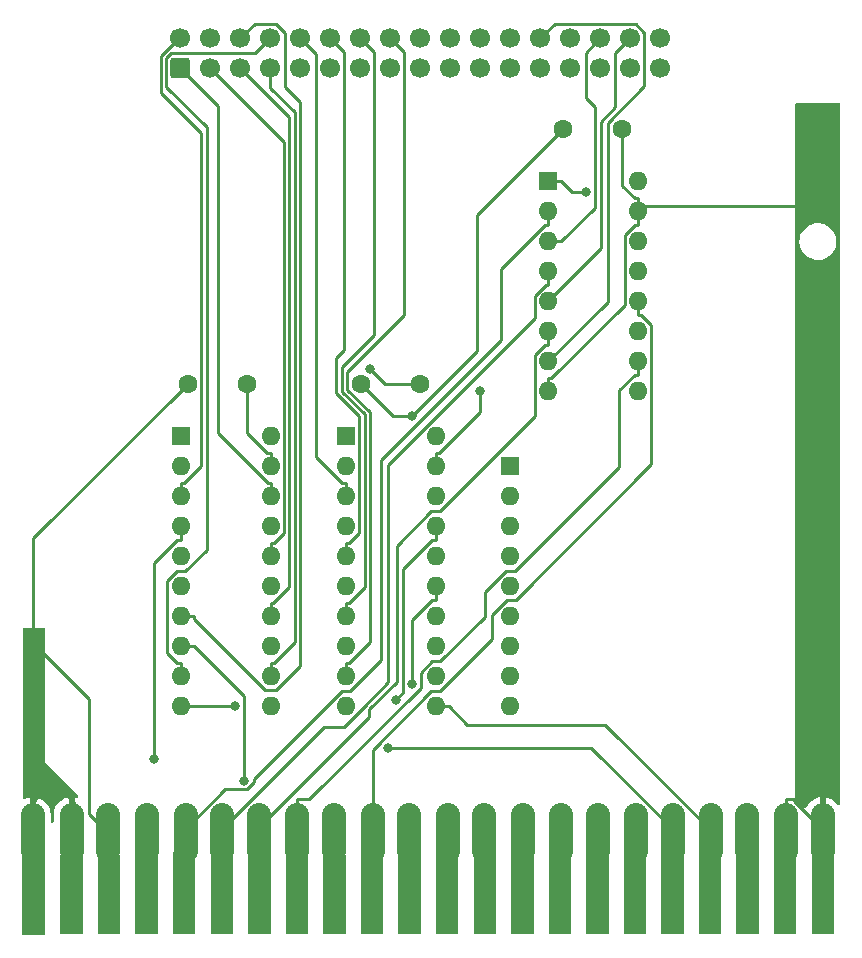
<source format=gbr>
%TF.GenerationSoftware,KiCad,Pcbnew,(6.0.6)*%
%TF.CreationDate,2022-07-31T20:56:31+02:00*%
%TF.ProjectId,SF-7326,53462d37-3332-4362-9e6b-696361645f70,rev?*%
%TF.SameCoordinates,Original*%
%TF.FileFunction,Copper,L1,Top*%
%TF.FilePolarity,Positive*%
%FSLAX46Y46*%
G04 Gerber Fmt 4.6, Leading zero omitted, Abs format (unit mm)*
G04 Created by KiCad (PCBNEW (6.0.6)) date 2022-07-31 20:56:31*
%MOMM*%
%LPD*%
G01*
G04 APERTURE LIST*
G04 Aperture macros list*
%AMRoundRect*
0 Rectangle with rounded corners*
0 $1 Rounding radius*
0 $2 $3 $4 $5 $6 $7 $8 $9 X,Y pos of 4 corners*
0 Add a 4 corners polygon primitive as box body*
4,1,4,$2,$3,$4,$5,$6,$7,$8,$9,$2,$3,0*
0 Add four circle primitives for the rounded corners*
1,1,$1+$1,$2,$3*
1,1,$1+$1,$4,$5*
1,1,$1+$1,$6,$7*
1,1,$1+$1,$8,$9*
0 Add four rect primitives between the rounded corners*
20,1,$1+$1,$2,$3,$4,$5,0*
20,1,$1+$1,$4,$5,$6,$7,0*
20,1,$1+$1,$6,$7,$8,$9,0*
20,1,$1+$1,$8,$9,$2,$3,0*%
G04 Aperture macros list end*
%TA.AperFunction,ComponentPad*%
%ADD10C,1.600000*%
%TD*%
%TA.AperFunction,ComponentPad*%
%ADD11R,1.600000X1.600000*%
%TD*%
%TA.AperFunction,ComponentPad*%
%ADD12O,1.600000X1.600000*%
%TD*%
%TA.AperFunction,ComponentPad*%
%ADD13RoundRect,0.250000X0.600000X-0.600000X0.600000X0.600000X-0.600000X0.600000X-0.600000X-0.600000X0*%
%TD*%
%TA.AperFunction,ComponentPad*%
%ADD14C,1.700000*%
%TD*%
%TA.AperFunction,SMDPad,CuDef*%
%ADD15O,2.032000X5.080000*%
%TD*%
%TA.AperFunction,ViaPad*%
%ADD16C,0.800000*%
%TD*%
%TA.AperFunction,Conductor*%
%ADD17C,0.250000*%
%TD*%
G04 APERTURE END LIST*
%TO.C,CON1*%
G36*
X139152520Y-122132920D02*
G01*
X137252490Y-122132920D01*
X137252490Y-115180950D01*
X139152520Y-115180950D01*
X139152520Y-122132920D01*
G37*
G36*
X123252520Y-122132920D02*
G01*
X121352500Y-122132920D01*
X121352500Y-115180950D01*
X123252520Y-115180950D01*
X123252520Y-122132920D01*
G37*
G36*
X110532510Y-122132920D02*
G01*
X108632490Y-122132920D01*
X108632490Y-115180950D01*
X110532510Y-115180950D01*
X110532510Y-122132920D01*
G37*
G36*
X129612500Y-122132920D02*
G01*
X127712480Y-122132920D01*
X127712480Y-115180950D01*
X129612500Y-115180950D01*
X129612500Y-122132920D01*
G37*
G36*
X126432530Y-122132920D02*
G01*
X124532500Y-122132920D01*
X124532500Y-115180950D01*
X126432530Y-115180950D01*
X126432530Y-122132920D01*
G37*
G36*
X135972510Y-122132920D02*
G01*
X134072490Y-122132920D01*
X134072490Y-115180950D01*
X135972510Y-115180950D01*
X135972510Y-122132920D01*
G37*
G36*
X91452510Y-122132920D02*
G01*
X89552490Y-122132920D01*
X89552490Y-115180950D01*
X91452510Y-115180950D01*
X91452510Y-122132920D01*
G37*
G36*
X113712510Y-122132920D02*
G01*
X111812490Y-122132920D01*
X111812490Y-115180950D01*
X113712510Y-115180950D01*
X113712510Y-122132920D01*
G37*
G36*
X104172520Y-122132920D02*
G01*
X102272500Y-122132920D01*
X102272500Y-115180950D01*
X104172520Y-115180950D01*
X104172520Y-122132920D01*
G37*
G36*
X132792510Y-122132920D02*
G01*
X130892490Y-122132920D01*
X130892490Y-115180950D01*
X132792510Y-115180950D01*
X132792510Y-122132920D01*
G37*
G36*
X78732520Y-122132920D02*
G01*
X76832500Y-122132920D01*
X76832500Y-115434950D01*
X78732520Y-115434950D01*
X78732520Y-122132920D01*
G37*
G36*
X116892510Y-122132920D02*
G01*
X114992490Y-122132920D01*
X114992490Y-115180950D01*
X116892510Y-115180950D01*
X116892510Y-122132920D01*
G37*
G36*
X88272510Y-122132920D02*
G01*
X86372480Y-122132920D01*
X86372480Y-115180950D01*
X88272510Y-115180950D01*
X88272510Y-122132920D01*
G37*
G36*
X75491500Y-122235800D02*
G01*
X73591480Y-122235800D01*
X73591480Y-115283830D01*
X75491500Y-115283830D01*
X75491500Y-122235800D01*
G37*
G36*
X81912520Y-122132920D02*
G01*
X80012500Y-122132920D01*
X80012500Y-115434950D01*
X81912520Y-115434950D01*
X81912520Y-122132920D01*
G37*
G36*
X85092530Y-122132920D02*
G01*
X83192510Y-122132920D01*
X83192510Y-115180950D01*
X85092530Y-115180950D01*
X85092530Y-122132920D01*
G37*
G36*
X97812520Y-122132920D02*
G01*
X95912500Y-122132920D01*
X95912500Y-115180950D01*
X97812520Y-115180950D01*
X97812520Y-122132920D01*
G37*
G36*
X107352530Y-122132920D02*
G01*
X105452510Y-122132920D01*
X105452510Y-115180950D01*
X107352530Y-115180950D01*
X107352530Y-122132920D01*
G37*
G36*
X100992520Y-122132920D02*
G01*
X99092500Y-122132920D01*
X99092500Y-115434950D01*
X100992520Y-115434950D01*
X100992520Y-122132920D01*
G37*
G36*
X94632510Y-122132920D02*
G01*
X92732490Y-122132920D01*
X92732490Y-115180950D01*
X94632510Y-115180950D01*
X94632510Y-122132920D01*
G37*
G36*
X142332520Y-122132920D02*
G01*
X140432500Y-122132920D01*
X140432500Y-115180950D01*
X142332520Y-115180950D01*
X142332520Y-122132920D01*
G37*
G36*
X120072520Y-122132920D02*
G01*
X118172500Y-122132920D01*
X118172500Y-115180950D01*
X120072520Y-115180950D01*
X120072520Y-122132920D01*
G37*
%TD*%
D10*
%TO.P,C1,1*%
%TO.N,+5V*%
X87630000Y-75565000D03*
%TO.P,C1,2*%
%TO.N,GND*%
X92630000Y-75565000D03*
%TD*%
D11*
%TO.P,U28,1,OEa*%
%TO.N,GND*%
X100975000Y-80015000D03*
D12*
%TO.P,U28,2,I0a*%
%TO.N,A8*%
X100975000Y-82555000D03*
%TO.P,U28,3,O3b*%
%TO.N,A9b*%
X100975000Y-85095000D03*
%TO.P,U28,4,I1a*%
%TO.N,A10*%
X100975000Y-87635000D03*
%TO.P,U28,5,O2b*%
%TO.N,A11b*%
X100975000Y-90175000D03*
%TO.P,U28,6,I2a*%
%TO.N,A12*%
X100975000Y-92715000D03*
%TO.P,U28,7,O1b*%
%TO.N,A13b*%
X100975000Y-95255000D03*
%TO.P,U28,8,I3a*%
%TO.N,A14*%
X100975000Y-97795000D03*
%TO.P,U28,9,O0b*%
%TO.N,A15b*%
X100975000Y-100335000D03*
%TO.P,U28,10,GND*%
%TO.N,GND*%
X100975000Y-102875000D03*
%TO.P,U28,11,I0b*%
%TO.N,A15*%
X108595000Y-102875000D03*
%TO.P,U28,12,O3a*%
%TO.N,A14b*%
X108595000Y-100335000D03*
%TO.P,U28,13,I1b*%
%TO.N,A13*%
X108595000Y-97795000D03*
%TO.P,U28,14,O2a*%
%TO.N,A12b*%
X108595000Y-95255000D03*
%TO.P,U28,15,I2b*%
%TO.N,A11*%
X108595000Y-92715000D03*
%TO.P,U28,16,O1a*%
%TO.N,A10b*%
X108595000Y-90175000D03*
%TO.P,U28,17,I3b*%
%TO.N,A9*%
X108595000Y-87635000D03*
%TO.P,U28,18,O0a*%
%TO.N,A8b*%
X108595000Y-85095000D03*
%TO.P,U28,19,OEb*%
%TO.N,GND*%
X108595000Y-82555000D03*
%TO.P,U28,20,VCC*%
%TO.N,+5V*%
X108595000Y-80015000D03*
%TD*%
D10*
%TO.P,C2,1*%
%TO.N,+5V*%
X102275000Y-75565000D03*
%TO.P,C2,2*%
%TO.N,GND*%
X107275000Y-75565000D03*
%TD*%
D13*
%TO.P,J2,1,Pin_1*%
%TO.N,A0b*%
X86985000Y-48843900D03*
D14*
%TO.P,J2,2,Pin_2*%
%TO.N,A1b*%
X86985000Y-46303900D03*
%TO.P,J2,3,Pin_3*%
%TO.N,A2b*%
X89525000Y-48843900D03*
%TO.P,J2,4,Pin_4*%
%TO.N,A3b*%
X89525000Y-46303900D03*
%TO.P,J2,5,Pin_5*%
%TO.N,A4b*%
X92065000Y-48843900D03*
%TO.P,J2,6,Pin_6*%
%TO.N,A5b*%
X92065000Y-46303900D03*
%TO.P,J2,7,Pin_7*%
%TO.N,A6b*%
X94605000Y-48843900D03*
%TO.P,J2,8,Pin_8*%
%TO.N,A7b*%
X94605000Y-46303900D03*
%TO.P,J2,9,Pin_9*%
%TO.N,A8b*%
X97145000Y-48843900D03*
%TO.P,J2,10,Pin_10*%
%TO.N,A9b*%
X97145000Y-46303900D03*
%TO.P,J2,11,Pin_11*%
%TO.N,A10b*%
X99685000Y-48843900D03*
%TO.P,J2,12,Pin_12*%
%TO.N,A11b*%
X99685000Y-46303900D03*
%TO.P,J2,13,Pin_13*%
%TO.N,A12b*%
X102225000Y-48843900D03*
%TO.P,J2,14,Pin_14*%
%TO.N,A13b*%
X102225000Y-46303900D03*
%TO.P,J2,15,Pin_15*%
%TO.N,A14b*%
X104765000Y-48843900D03*
%TO.P,J2,16,Pin_16*%
%TO.N,A15b*%
X104765000Y-46303900D03*
%TO.P,J2,17,Pin_17*%
%TO.N,D0*%
X107305000Y-48843900D03*
%TO.P,J2,18,Pin_18*%
%TO.N,D1*%
X107305000Y-46303900D03*
%TO.P,J2,19,Pin_19*%
%TO.N,D2*%
X109845000Y-48843900D03*
%TO.P,J2,20,Pin_20*%
%TO.N,D3*%
X109845000Y-46303900D03*
%TO.P,J2,21,Pin_21*%
%TO.N,D4*%
X112385000Y-48843900D03*
%TO.P,J2,22,Pin_22*%
%TO.N,D5*%
X112385000Y-46303900D03*
%TO.P,J2,23,Pin_23*%
%TO.N,D6*%
X114925000Y-48843900D03*
%TO.P,J2,24,Pin_24*%
%TO.N,D7*%
X114925000Y-46303900D03*
%TO.P,J2,25,Pin_25*%
%TO.N,unconnected-(J2-Pad25)*%
X117465000Y-48843900D03*
%TO.P,J2,26,Pin_26*%
%TO.N,IORb*%
X117465000Y-46303900D03*
%TO.P,J2,27,Pin_27*%
%TO.N,unconnected-(J2-Pad27)*%
X120005000Y-48843900D03*
%TO.P,J2,28,Pin_28*%
%TO.N,IOWb*%
X120005000Y-46303900D03*
%TO.P,J2,29,Pin_29*%
%TO.N,unconnected-(J2-Pad29)*%
X122545000Y-48843900D03*
%TO.P,J2,30,Pin_30*%
%TO.N,MEMRb*%
X122545000Y-46303900D03*
%TO.P,J2,31,Pin_31*%
%TO.N,unconnected-(J2-Pad31)*%
X125085000Y-48843900D03*
%TO.P,J2,32,Pin_32*%
%TO.N,MEMWb*%
X125085000Y-46303900D03*
%TO.P,J2,33,Pin_33*%
%TO.N,unconnected-(J2-Pad33)*%
X127625000Y-48843900D03*
%TO.P,J2,34,Pin_34*%
%TO.N,WREQb*%
X127625000Y-46303900D03*
%TD*%
D10*
%TO.P,C3,1*%
%TO.N,+5V*%
X119420000Y-53975000D03*
%TO.P,C3,2*%
%TO.N,GND*%
X124420000Y-53975000D03*
%TD*%
D11*
%TO.P,U30,1,OEa*%
%TO.N,GND*%
X118120000Y-58410000D03*
D12*
%TO.P,U30,2,I1*%
%TO.N,~{MEMR}*%
X118120000Y-60950000D03*
%TO.P,U30,3,O1a*%
%TO.N,MEMRb*%
X118120000Y-63490000D03*
%TO.P,U30,4,I2*%
%TO.N,~{MEMW}*%
X118120000Y-66030000D03*
%TO.P,U30,5,O2a*%
%TO.N,MEMWb*%
X118120000Y-68570000D03*
%TO.P,U30,6,I3*%
%TO.N,~{IOR}*%
X118120000Y-71110000D03*
%TO.P,U30,7,O3a*%
%TO.N,IORb*%
X118120000Y-73650000D03*
%TO.P,U30,8,GND*%
%TO.N,GND*%
X118120000Y-76190000D03*
%TO.P,U30,9,O4a*%
%TO.N,IOWb*%
X125740000Y-76190000D03*
%TO.P,U30,10,I4*%
%TO.N,~{IOW}*%
X125740000Y-73650000D03*
%TO.P,U30,11,O5b*%
%TO.N,WREQb*%
X125740000Y-71110000D03*
%TO.P,U30,12,I5*%
%TO.N,~{WREQ}*%
X125740000Y-68570000D03*
%TO.P,U30,13,O6b*%
%TO.N,unconnected-(U30-Pad13)*%
X125740000Y-66030000D03*
%TO.P,U30,14,I6*%
%TO.N,unconnected-(U30-Pad14)*%
X125740000Y-63490000D03*
%TO.P,U30,15,OEb*%
%TO.N,GND*%
X125740000Y-60950000D03*
%TO.P,U30,16,VCC*%
%TO.N,+5V*%
X125740000Y-58410000D03*
%TD*%
D11*
%TO.P,RN1,1,common*%
%TO.N,+5V*%
X114935000Y-82550000D03*
D12*
%TO.P,RN1,2,R1*%
%TO.N,D0*%
X114935000Y-85090000D03*
%TO.P,RN1,3,R2*%
%TO.N,D1*%
X114935000Y-87630000D03*
%TO.P,RN1,4,R3*%
%TO.N,D2*%
X114935000Y-90170000D03*
%TO.P,RN1,5,R4*%
%TO.N,D3*%
X114935000Y-92710000D03*
%TO.P,RN1,6,R5*%
%TO.N,D4*%
X114935000Y-95250000D03*
%TO.P,RN1,7,R6*%
%TO.N,D5*%
X114935000Y-97790000D03*
%TO.P,RN1,8,R7*%
%TO.N,D6*%
X114935000Y-100330000D03*
%TO.P,RN1,9,R8*%
%TO.N,D7*%
X114935000Y-102870000D03*
%TD*%
D15*
%TO.P,CON1,B1,5V*%
%TO.N,+5V*%
X74475500Y-113599800D03*
%TO.P,CON1,B2,5V*%
X77777500Y-113599800D03*
%TO.P,CON1,B3,~{DSRAM}*%
X80825500Y-113599800D03*
%TO.P,CON1,B4,~{CEROM2}*%
%TO.N,unconnected-(CON1-PadB4)*%
X84127500Y-113599800D03*
%TO.P,CON1,B5,~{MEMR*%
%TO.N,~{MEMR}*%
X87429500Y-113599800D03*
%TO.P,CON1,B6,~{MEMW*%
%TO.N,~{MEMW}*%
X90477500Y-113599800D03*
%TO.P,CON1,B7,~{IOR}*%
%TO.N,~{IOR}*%
X93636531Y-113599800D03*
%TO.P,CON1,B8,~{IOW}*%
%TO.N,~{IOW}*%
X96827500Y-113599800D03*
%TO.P,CON1,B9,N.C.*%
%TO.N,unconnected-(CON1-PadB9)*%
X99986531Y-113599800D03*
%TO.P,CON1,B10,~{MREQ}*%
%TO.N,~{WREQ}*%
X103288531Y-113599800D03*
%TO.P,CON1,B11,CON*%
%TO.N,unconnected-(CON1-PadB11)*%
X106336530Y-113599800D03*
%TO.P,CON1,B12,~{RAS1}*%
%TO.N,unconnected-(CON1-PadB12)*%
X109638531Y-113599800D03*
%TO.P,CON1,B13,~{CAS1}*%
%TO.N,unconnected-(CON1-PadB13)*%
X112686531Y-113599800D03*
%TO.P,CON1,B14,RAMA7*%
%TO.N,unconnected-(CON1-PadB14)*%
X115988531Y-113599800D03*
%TO.P,CON1,B15,~{RAS2}*%
%TO.N,unconnected-(CON1-PadB15)*%
X119179500Y-113599800D03*
%TO.P,CON1,B16,~{CAS2}*%
%TO.N,unconnected-(CON1-PadB16)*%
X122338531Y-113599800D03*
%TO.P,CON1,B17,~{MUX}*%
%TO.N,unconnected-(CON1-PadB17)*%
X125529500Y-113599800D03*
%TO.P,CON1,B18,A14*%
%TO.N,A14*%
X128688531Y-113599800D03*
%TO.P,CON1,B19,A15*%
%TO.N,A15*%
X131879500Y-113599800D03*
%TO.P,CON1,B20,N.C.*%
%TO.N,unconnected-(CON1-PadB20)*%
X134927500Y-113599800D03*
%TO.P,CON1,B21,GND*%
%TO.N,GND*%
X138229500Y-113599800D03*
%TO.P,CON1,B22,GND*%
X141388523Y-113599800D03*
%TD*%
D11*
%TO.P,U27,1,OEa*%
%TO.N,GND*%
X87005000Y-80015000D03*
D12*
%TO.P,U27,2,I0a*%
%TO.N,A0*%
X87005000Y-82555000D03*
%TO.P,U27,3,O3b*%
%TO.N,A1b*%
X87005000Y-85095000D03*
%TO.P,U27,4,I1a*%
%TO.N,A2*%
X87005000Y-87635000D03*
%TO.P,U27,5,O2b*%
%TO.N,A3b*%
X87005000Y-90175000D03*
%TO.P,U27,6,I2a*%
%TO.N,A4*%
X87005000Y-92715000D03*
%TO.P,U27,7,O1b*%
%TO.N,A5b*%
X87005000Y-95255000D03*
%TO.P,U27,8,I3a*%
%TO.N,A6*%
X87005000Y-97795000D03*
%TO.P,U27,9,O0b*%
%TO.N,A7b*%
X87005000Y-100335000D03*
%TO.P,U27,10,GND*%
%TO.N,GND*%
X87005000Y-102875000D03*
%TO.P,U27,11,I0b*%
%TO.N,A7*%
X94625000Y-102875000D03*
%TO.P,U27,12,O3a*%
%TO.N,A6b*%
X94625000Y-100335000D03*
%TO.P,U27,13,I1b*%
%TO.N,A5*%
X94625000Y-97795000D03*
%TO.P,U27,14,O2a*%
%TO.N,A4b*%
X94625000Y-95255000D03*
%TO.P,U27,15,I2b*%
%TO.N,A3*%
X94625000Y-92715000D03*
%TO.P,U27,16,O1a*%
%TO.N,A2b*%
X94625000Y-90175000D03*
%TO.P,U27,17,I3b*%
%TO.N,A1*%
X94625000Y-87635000D03*
%TO.P,U27,18,O0a*%
%TO.N,A0b*%
X94625000Y-85095000D03*
%TO.P,U27,19,OEb*%
%TO.N,GND*%
X94625000Y-82555000D03*
%TO.P,U27,20,VCC*%
%TO.N,+5V*%
X94625000Y-80015000D03*
%TD*%
D16*
%TO.N,A2*%
X84743800Y-107347900D03*
%TO.N,A6*%
X92338300Y-109144500D03*
%TO.N,A9*%
X105259500Y-102295900D03*
%TO.N,A11*%
X106597700Y-100982200D03*
%TO.N,A14*%
X104529100Y-106358800D03*
%TO.N,+5V*%
X106626700Y-78305500D03*
%TO.N,GND*%
X112398600Y-76190000D03*
X91613000Y-102796200D03*
X121373900Y-59307700D03*
X103085100Y-74341700D03*
%TD*%
D17*
%TO.N,A2*%
X87005000Y-87635000D02*
X87005000Y-88760300D01*
X87005000Y-88760300D02*
X86723700Y-88760300D01*
X84743800Y-90740200D02*
X84743800Y-107347900D01*
X86723700Y-88760300D02*
X84743800Y-90740200D01*
%TO.N,A6*%
X92338300Y-102003000D02*
X92338300Y-109144500D01*
X87005000Y-97795000D02*
X88130300Y-97795000D01*
X88130300Y-97795000D02*
X92338300Y-102003000D01*
%TO.N,A9*%
X105872400Y-91201600D02*
X105872400Y-101683000D01*
X108595000Y-87635000D02*
X108595000Y-88760300D01*
X105872400Y-101683000D02*
X105259500Y-102295900D01*
X108595000Y-88760300D02*
X108313700Y-88760300D01*
X108313700Y-88760300D02*
X105872400Y-91201600D01*
%TO.N,A11*%
X108595000Y-92715000D02*
X108595000Y-93840300D01*
X106597700Y-100982200D02*
X106597700Y-95556300D01*
X106597700Y-95556300D02*
X108313700Y-93840300D01*
X108313700Y-93840300D02*
X108595000Y-93840300D01*
%TO.N,~{MEMR}*%
X93253600Y-109267000D02*
X92631700Y-109888900D01*
X118120000Y-60950000D02*
X118120000Y-62075300D01*
X117838700Y-62075300D02*
X114105500Y-65808500D01*
X101357500Y-101605000D02*
X100650300Y-101605000D01*
X93253600Y-109001700D02*
X93253600Y-109267000D01*
X103982800Y-98979700D02*
X101357500Y-101605000D01*
X103982800Y-81975300D02*
X103982800Y-98979700D01*
X92631700Y-109888900D02*
X90764600Y-109888900D01*
X100650300Y-101605000D02*
X93253600Y-109001700D01*
X114105500Y-65808500D02*
X114105500Y-71852600D01*
X87429500Y-113224000D02*
X87429500Y-113599800D01*
X90764600Y-109888900D02*
X87429500Y-113224000D01*
X114105500Y-71852600D02*
X103982800Y-81975300D01*
X118120000Y-62075300D02*
X117838700Y-62075300D01*
%TO.N,~{MEMW}*%
X104596900Y-100822300D02*
X104596900Y-82393700D01*
X116994700Y-68087800D02*
X117927200Y-67155300D01*
X116994700Y-69995900D02*
X116994700Y-68087800D01*
X90477500Y-113282900D02*
X99180400Y-104580000D01*
X102521000Y-102898200D02*
X104596900Y-100822300D01*
X100869100Y-104580000D02*
X102521000Y-102928100D01*
X102521000Y-102928100D02*
X102521000Y-102898200D01*
X118120000Y-66030000D02*
X118120000Y-67155300D01*
X90477500Y-113599800D02*
X90477500Y-113282900D01*
X104596900Y-82393700D02*
X116994700Y-69995900D01*
X117927200Y-67155300D02*
X118120000Y-67155300D01*
X99180400Y-104580000D02*
X100869100Y-104580000D01*
%TO.N,~{IOR}*%
X105293000Y-100763100D02*
X102971300Y-103084800D01*
X116994700Y-78311000D02*
X108940700Y-86365000D01*
X93636500Y-113094300D02*
X93636500Y-113599800D01*
X108208400Y-86365000D02*
X105293000Y-89280400D01*
X118120000Y-72235300D02*
X117838600Y-72235300D01*
X102971300Y-103759500D02*
X93636500Y-113094300D01*
X105293000Y-89280400D02*
X105293000Y-100763100D01*
X118120000Y-71110000D02*
X118120000Y-72235300D01*
X102971300Y-103084800D02*
X102971300Y-103759500D01*
X116994700Y-73079200D02*
X116994700Y-78311000D01*
X108940700Y-86365000D02*
X108208400Y-86365000D01*
X117838600Y-72235300D02*
X116994700Y-73079200D01*
%TO.N,~{IOW}*%
X125740000Y-74775300D02*
X125458600Y-74775300D01*
X112775400Y-95264400D02*
X108974800Y-99065000D01*
X115304300Y-91440000D02*
X114548300Y-91440000D01*
X124164400Y-76069500D02*
X124164400Y-82579900D01*
X97871200Y-110734500D02*
X96827500Y-110734500D01*
X108270600Y-99065000D02*
X107323000Y-100012600D01*
X96827500Y-113599800D02*
X96827500Y-110734500D01*
X108974800Y-99065000D02*
X108270600Y-99065000D01*
X124164400Y-82579900D02*
X115304300Y-91440000D01*
X107323000Y-101282700D02*
X97871200Y-110734500D01*
X125740000Y-73650000D02*
X125740000Y-74775300D01*
X112775400Y-93212900D02*
X112775400Y-95264400D01*
X125458600Y-74775300D02*
X124164400Y-76069500D01*
X107323000Y-100012600D02*
X107323000Y-101282700D01*
X114548300Y-91440000D02*
X112775400Y-93212900D01*
%TO.N,~{WREQ}*%
X113385000Y-95132200D02*
X113385000Y-97167000D01*
X126870600Y-82374900D02*
X115410100Y-93835400D01*
X125740000Y-68570000D02*
X125740000Y-69695300D01*
X113385000Y-97167000D02*
X108947000Y-101605000D01*
X108947000Y-101605000D02*
X108251400Y-101605000D01*
X126021300Y-69695300D02*
X126870600Y-70544600D01*
X114681800Y-93835400D02*
X113385000Y-95132200D01*
X126870600Y-70544600D02*
X126870600Y-82374900D01*
X125740000Y-69695300D02*
X126021300Y-69695300D01*
X108251400Y-101605000D02*
X103288500Y-106567900D01*
X115410100Y-93835400D02*
X114681800Y-93835400D01*
X103288500Y-106567900D02*
X103288500Y-113599800D01*
%TO.N,A14*%
X128688500Y-113270300D02*
X121777000Y-106358800D01*
X128688500Y-113599800D02*
X128688500Y-113270300D01*
X121777000Y-106358800D02*
X104529100Y-106358800D01*
%TO.N,A15*%
X122978300Y-104450600D02*
X131879500Y-113351800D01*
X131879500Y-113351800D02*
X131879500Y-113599800D01*
X108595000Y-102875000D02*
X109720300Y-102875000D01*
X111295900Y-104450600D02*
X122978300Y-104450600D01*
X109720300Y-102875000D02*
X111295900Y-104450600D01*
%TO.N,A9b*%
X100693700Y-83969700D02*
X100975000Y-83969700D01*
X100975000Y-85095000D02*
X100975000Y-83969700D01*
X98493100Y-47652000D02*
X98493100Y-81769100D01*
X98493100Y-81769100D02*
X100693700Y-83969700D01*
X97145000Y-46303900D02*
X98493100Y-47652000D01*
%TO.N,A11b*%
X100874700Y-47493600D02*
X100874700Y-72708200D01*
X100975000Y-90175000D02*
X100975000Y-89049700D01*
X100874700Y-72708200D02*
X100183700Y-73399200D01*
X100183700Y-76358600D02*
X102100300Y-78275200D01*
X102100300Y-78275200D02*
X102100300Y-88205800D01*
X101256400Y-89049700D02*
X100975000Y-89049700D01*
X99685000Y-46303900D02*
X100874700Y-47493600D01*
X100183700Y-73399200D02*
X100183700Y-76358600D01*
X102100300Y-88205800D02*
X101256400Y-89049700D01*
%TO.N,A0b*%
X90186300Y-79736300D02*
X90186300Y-52045200D01*
X94625000Y-83969700D02*
X94419700Y-83969700D01*
X94625000Y-85095000D02*
X94625000Y-83969700D01*
X90186300Y-52045200D02*
X86985000Y-48843900D01*
X94419700Y-83969700D02*
X90186300Y-79736300D01*
%TO.N,A1b*%
X87005000Y-85095000D02*
X87005000Y-83969700D01*
X88755800Y-54338600D02*
X85325400Y-50908200D01*
X85325400Y-47824300D02*
X86845800Y-46303900D01*
X86845800Y-46303900D02*
X86985000Y-46303900D01*
X88755800Y-82500200D02*
X88755800Y-54338600D01*
X87286300Y-83969700D02*
X88755800Y-82500200D01*
X87005000Y-83969700D02*
X87286300Y-83969700D01*
X85325400Y-50908200D02*
X85325400Y-47824300D01*
%TO.N,A2b*%
X94625000Y-90175000D02*
X94625000Y-89049700D01*
X95750400Y-55069300D02*
X95750400Y-88205600D01*
X95750400Y-88205600D02*
X94906300Y-89049700D01*
X89525000Y-48843900D02*
X95750400Y-55069300D01*
X94906300Y-89049700D02*
X94625000Y-89049700D01*
%TO.N,A4b*%
X94813900Y-94129700D02*
X94625000Y-94129700D01*
X92065000Y-48843900D02*
X96209200Y-52988100D01*
X96209200Y-92734400D02*
X94813900Y-94129700D01*
X94625000Y-95255000D02*
X94625000Y-94129700D01*
X96209200Y-52988100D02*
X96209200Y-92734400D01*
%TO.N,A5b*%
X94120900Y-101464400D02*
X95118700Y-101464400D01*
X97121100Y-99462000D02*
X97121100Y-51682000D01*
X95875000Y-50435900D02*
X95875000Y-45811500D01*
X95875000Y-45811500D02*
X95128600Y-45065100D01*
X95128600Y-45065100D02*
X93303800Y-45065100D01*
X93303800Y-45065100D02*
X92065000Y-46303900D01*
X97121100Y-51682000D02*
X95875000Y-50435900D01*
X88130300Y-95255000D02*
X88130300Y-95473800D01*
X88130300Y-95473800D02*
X94120900Y-101464400D01*
X87005000Y-95255000D02*
X88130300Y-95255000D01*
X95118700Y-101464400D02*
X97121100Y-99462000D01*
%TO.N,A6b*%
X94625000Y-100335000D02*
X94625000Y-99209700D01*
X94906300Y-99209700D02*
X96670700Y-97445300D01*
X94605000Y-50500100D02*
X94605000Y-48843900D01*
X94625000Y-99209700D02*
X94906300Y-99209700D01*
X96670700Y-52565800D02*
X94605000Y-50500100D01*
X96670700Y-97445300D02*
X96670700Y-52565800D01*
%TO.N,A13b*%
X101256300Y-94129700D02*
X100975000Y-94129700D01*
X100975000Y-95255000D02*
X100975000Y-94129700D01*
X103415600Y-47494500D02*
X103415600Y-71441100D01*
X102599600Y-92786400D02*
X101256300Y-94129700D01*
X102225000Y-46303900D02*
X103415600Y-47494500D01*
X102599600Y-78137600D02*
X102599600Y-92786400D01*
X100687000Y-76225000D02*
X102599600Y-78137600D01*
X103415600Y-71441100D02*
X100687000Y-74169700D01*
X100687000Y-74169700D02*
X100687000Y-76225000D01*
%TO.N,A15b*%
X103050000Y-97416000D02*
X101256300Y-99209700D01*
X100975000Y-100335000D02*
X100975000Y-99209700D01*
X103050000Y-77951100D02*
X103050000Y-97416000D01*
X105955600Y-47494500D02*
X105955600Y-69763000D01*
X105955600Y-69763000D02*
X101138400Y-74580200D01*
X101138400Y-76039500D02*
X103050000Y-77951100D01*
X101256300Y-99209700D02*
X100975000Y-99209700D01*
X104765000Y-46303900D02*
X105955600Y-47494500D01*
X101138400Y-74580200D02*
X101138400Y-76039500D01*
%TO.N,IORb*%
X123164700Y-68605300D02*
X118120000Y-73650000D01*
X126284200Y-45831300D02*
X126284200Y-50321800D01*
X123164700Y-53441300D02*
X123164700Y-68605300D01*
X118676000Y-45092900D02*
X125545800Y-45092900D01*
X117465000Y-46303900D02*
X118676000Y-45092900D01*
X125545800Y-45092900D02*
X126284200Y-45831300D01*
X126284200Y-50321800D02*
X123164700Y-53441300D01*
%TO.N,MEMRb*%
X121337400Y-51366300D02*
X121337400Y-47511500D01*
X122106600Y-52135500D02*
X121337400Y-51366300D01*
X122106600Y-60628700D02*
X122106600Y-52135500D01*
X118120000Y-63490000D02*
X119245300Y-63490000D01*
X121337400Y-47511500D02*
X122545000Y-46303900D01*
X119245300Y-63490000D02*
X122106600Y-60628700D01*
%TO.N,MEMWb*%
X123815000Y-52154100D02*
X123815000Y-47573900D01*
X122608200Y-53360900D02*
X123815000Y-52154100D01*
X118120000Y-68570000D02*
X122608200Y-64081800D01*
X122608200Y-64081800D02*
X122608200Y-53360900D01*
X123815000Y-47573900D02*
X125085000Y-46303900D01*
%TO.N,A7b*%
X87369200Y-91445000D02*
X89206200Y-89608000D01*
X87005000Y-100335000D02*
X87005000Y-99209700D01*
X85866300Y-92259000D02*
X86680300Y-91445000D01*
X87005000Y-99209700D02*
X86723700Y-99209700D01*
X89206200Y-53852600D02*
X85790500Y-50436900D01*
X85866300Y-98352300D02*
X85866300Y-92259000D01*
X86212800Y-47573900D02*
X93335000Y-47573900D01*
X85790500Y-50436900D02*
X85790500Y-47996200D01*
X85790500Y-47996200D02*
X86212800Y-47573900D01*
X89206200Y-89608000D02*
X89206200Y-53852600D01*
X93335000Y-47573900D02*
X94605000Y-46303900D01*
X86723700Y-99209700D02*
X85866300Y-98352300D01*
X86680300Y-91445000D02*
X87369200Y-91445000D01*
%TO.N,+5V*%
X112117900Y-72814300D02*
X112117900Y-61277100D01*
X106626700Y-78305500D02*
X105015500Y-78305500D01*
X79231600Y-102226000D02*
X74545300Y-97539700D01*
X77777500Y-113599800D02*
X77777500Y-112067500D01*
X74475500Y-113599800D02*
X74475500Y-110944500D01*
X106626700Y-78305500D02*
X112117900Y-72814300D01*
X105015500Y-78305500D02*
X102275000Y-75565000D01*
X112117900Y-61277100D02*
X119420000Y-53975000D01*
X74545300Y-97987100D02*
X74545300Y-97539700D01*
X79231600Y-112005900D02*
X80825500Y-113599800D01*
X74545300Y-88649700D02*
X87630000Y-75565000D01*
X77777500Y-112067500D02*
X78085000Y-111760000D01*
X78085000Y-111105000D02*
X76200000Y-109220000D01*
X78085000Y-111760000D02*
X78085000Y-111105000D01*
X79231600Y-112005900D02*
X79231600Y-102226000D01*
X74475500Y-110944500D02*
X76200000Y-109220000D01*
X74545300Y-97539700D02*
X74545300Y-88649700D01*
%TO.N,GND*%
X107275000Y-75565000D02*
X104308400Y-75565000D01*
X118120000Y-58410000D02*
X119245300Y-58410000D01*
X92630000Y-79716000D02*
X94343700Y-81429700D01*
X121373900Y-59307700D02*
X120143000Y-59307700D01*
X141388500Y-113303400D02*
X141388500Y-113599800D01*
X125740000Y-60950000D02*
X125740000Y-60466100D01*
X125740000Y-60466100D02*
X125740000Y-59824700D01*
X124420000Y-53975000D02*
X124420000Y-58786000D01*
X92630000Y-75565000D02*
X92630000Y-79716000D01*
X94343700Y-81429700D02*
X94625000Y-81429700D01*
X124614700Y-62919200D02*
X124614700Y-68851300D01*
X138819600Y-110734500D02*
X139033100Y-110947900D01*
X138229500Y-113599800D02*
X138229500Y-110734500D01*
X124420000Y-58786000D02*
X125458700Y-59824700D01*
X87005000Y-102875000D02*
X88130300Y-102875000D01*
X120143000Y-59307700D02*
X119245300Y-58410000D01*
X125740000Y-62075300D02*
X125458600Y-62075300D01*
X108595000Y-82555000D02*
X108595000Y-81429700D01*
X125458700Y-59824700D02*
X125740000Y-59824700D01*
X118120000Y-76190000D02*
X118120000Y-75064700D01*
X140960000Y-60466100D02*
X125740000Y-60466100D01*
X125458600Y-62075300D02*
X124614700Y-62919200D01*
X118401300Y-75064700D02*
X118120000Y-75064700D01*
X104308400Y-75565000D02*
X103085100Y-74341700D01*
X125740000Y-60950000D02*
X125740000Y-62075300D01*
X139033100Y-110947900D02*
X141388500Y-113303400D01*
X88130300Y-102875000D02*
X88209100Y-102796200D01*
X108595000Y-81429700D02*
X108876300Y-81429700D01*
X140960000Y-109021000D02*
X139033100Y-110947900D01*
X124614700Y-68851300D02*
X118401300Y-75064700D01*
X88209100Y-102796200D02*
X91613000Y-102796200D01*
X108876300Y-81429700D02*
X112398600Y-77907400D01*
X94625000Y-82555000D02*
X94625000Y-81429700D01*
X112398600Y-77907400D02*
X112398600Y-76190000D01*
X138229500Y-110734500D02*
X138819600Y-110734500D01*
%TD*%
%TA.AperFunction,Conductor*%
%TO.N,+5V*%
G36*
X75497121Y-96211402D02*
G01*
X75543614Y-96265058D01*
X75555000Y-96317400D01*
X75555000Y-107621400D01*
X78332789Y-110399189D01*
X78366815Y-110461501D01*
X78361750Y-110532316D01*
X78319203Y-110589152D01*
X78252683Y-110613963D01*
X78208119Y-110609158D01*
X78204228Y-110608013D01*
X78049236Y-110575633D01*
X78035175Y-110576756D01*
X78031500Y-110586863D01*
X78031500Y-112701400D01*
X77523500Y-112701400D01*
X77523500Y-110589103D01*
X77519364Y-110575017D01*
X77506386Y-110572968D01*
X77485541Y-110575380D01*
X77475665Y-110577336D01*
X77249411Y-110641359D01*
X77239967Y-110644871D01*
X77026865Y-110744243D01*
X77018100Y-110749222D01*
X76823642Y-110881376D01*
X76815766Y-110887708D01*
X76644945Y-111049245D01*
X76638184Y-111056754D01*
X76495382Y-111243531D01*
X76489918Y-111252010D01*
X76378812Y-111459222D01*
X76374773Y-111468468D01*
X76298226Y-111690775D01*
X76295715Y-111700556D01*
X76255510Y-111933317D01*
X76254655Y-111941189D01*
X76253564Y-111965205D01*
X76253500Y-111968038D01*
X76253500Y-112575400D01*
X76233498Y-112643521D01*
X76179842Y-112690014D01*
X76127500Y-112701400D01*
X76125500Y-112701400D01*
X76057379Y-112681398D01*
X76010886Y-112627742D01*
X75999500Y-112575400D01*
X75999500Y-112016696D01*
X75999298Y-112011664D01*
X75985196Y-111836389D01*
X75983584Y-111826437D01*
X75927499Y-111598100D01*
X75924316Y-111588530D01*
X75832444Y-111372095D01*
X75827770Y-111363156D01*
X75702484Y-111164204D01*
X75696439Y-111156123D01*
X75540950Y-110979756D01*
X75533689Y-110972745D01*
X75352007Y-110823509D01*
X75343725Y-110817753D01*
X75140517Y-110699483D01*
X75131412Y-110695121D01*
X74911912Y-110610862D01*
X74902235Y-110608014D01*
X74747236Y-110575633D01*
X74733175Y-110576756D01*
X74729500Y-110586863D01*
X74729500Y-112701400D01*
X74221500Y-112701400D01*
X74221500Y-110589103D01*
X74217364Y-110575017D01*
X74204386Y-110572968D01*
X74183541Y-110575380D01*
X74173665Y-110577336D01*
X73947411Y-110641359D01*
X73937967Y-110644871D01*
X73829250Y-110695567D01*
X73759059Y-110706228D01*
X73694246Y-110677248D01*
X73655389Y-110617829D01*
X73650000Y-110581372D01*
X73650000Y-96317400D01*
X73670002Y-96249279D01*
X73723658Y-96202786D01*
X73776000Y-96191400D01*
X75429000Y-96191400D01*
X75497121Y-96211402D01*
G37*
%TD.AperFunction*%
%TD*%
%TA.AperFunction,Conductor*%
%TO.N,GND*%
G36*
X142807121Y-51761402D02*
G01*
X142853614Y-51815058D01*
X142865000Y-51867400D01*
X142865000Y-111123856D01*
X142844998Y-111191977D01*
X142791342Y-111238470D01*
X142721068Y-111248574D01*
X142656488Y-111219080D01*
X142632379Y-111190998D01*
X142615501Y-111164196D01*
X142609462Y-111156123D01*
X142453973Y-110979756D01*
X142446712Y-110972745D01*
X142265030Y-110823509D01*
X142256748Y-110817753D01*
X142053540Y-110699483D01*
X142044435Y-110695121D01*
X141824935Y-110610862D01*
X141815258Y-110608014D01*
X141660259Y-110575633D01*
X141646198Y-110576756D01*
X141642523Y-110586863D01*
X141642523Y-111431400D01*
X141134523Y-111431400D01*
X141134523Y-110589103D01*
X141130387Y-110575017D01*
X141117409Y-110572968D01*
X141096564Y-110575380D01*
X141086688Y-110577336D01*
X140860434Y-110641359D01*
X140850990Y-110644871D01*
X140637888Y-110744243D01*
X140629123Y-110749222D01*
X140434665Y-110881376D01*
X140426789Y-110887708D01*
X140255968Y-111049245D01*
X140249207Y-111056754D01*
X140106405Y-111243531D01*
X140100941Y-111252010D01*
X140040388Y-111364941D01*
X139990570Y-111415524D01*
X139929344Y-111431400D01*
X139693755Y-111431400D01*
X139625634Y-111411398D01*
X139585088Y-111367049D01*
X139584468Y-111367440D01*
X139582305Y-111364005D01*
X139582091Y-111363771D01*
X139581766Y-111363149D01*
X139456484Y-111164204D01*
X139450439Y-111156123D01*
X139294950Y-110979756D01*
X139287689Y-110972745D01*
X139102097Y-110820297D01*
X139103449Y-110818651D01*
X139064561Y-110770332D01*
X139055000Y-110722187D01*
X139055000Y-63554568D01*
X139407382Y-63554568D01*
X139436208Y-63803699D01*
X139437587Y-63808573D01*
X139437588Y-63808577D01*
X139476526Y-63946181D01*
X139504494Y-64045017D01*
X139506628Y-64049592D01*
X139506630Y-64049599D01*
X139608347Y-64267731D01*
X139610484Y-64272313D01*
X139613326Y-64276494D01*
X139613326Y-64276495D01*
X139748605Y-64475552D01*
X139748608Y-64475556D01*
X139751451Y-64479739D01*
X139754928Y-64483416D01*
X139754929Y-64483417D01*
X139855238Y-64589491D01*
X139923767Y-64661959D01*
X139927793Y-64665037D01*
X139927794Y-64665038D01*
X140118981Y-64811212D01*
X140118985Y-64811215D01*
X140123001Y-64814285D01*
X140344026Y-64932797D01*
X140348807Y-64934443D01*
X140348811Y-64934445D01*
X140574538Y-65012169D01*
X140581156Y-65014448D01*
X140684689Y-65032331D01*
X140824380Y-65056460D01*
X140824386Y-65056461D01*
X140828290Y-65057135D01*
X140832251Y-65057315D01*
X140832252Y-65057315D01*
X140856931Y-65058436D01*
X140856950Y-65058436D01*
X140858350Y-65058500D01*
X141033015Y-65058500D01*
X141035523Y-65058298D01*
X141035528Y-65058298D01*
X141214944Y-65043863D01*
X141214949Y-65043862D01*
X141219985Y-65043457D01*
X141224893Y-65042252D01*
X141224896Y-65042251D01*
X141458625Y-64984841D01*
X141463539Y-64983634D01*
X141468191Y-64981659D01*
X141468195Y-64981658D01*
X141689741Y-64887617D01*
X141689742Y-64887617D01*
X141694396Y-64885641D01*
X141906615Y-64752000D01*
X142094738Y-64586147D01*
X142253924Y-64392351D01*
X142380078Y-64175596D01*
X142469955Y-63941461D01*
X142521241Y-63695967D01*
X142532618Y-63445432D01*
X142503792Y-63196301D01*
X142464810Y-63058539D01*
X142436884Y-62959852D01*
X142436883Y-62959850D01*
X142435506Y-62954983D01*
X142433372Y-62950408D01*
X142433370Y-62950401D01*
X142331653Y-62732269D01*
X142331651Y-62732265D01*
X142329516Y-62727687D01*
X142326674Y-62723505D01*
X142191395Y-62524448D01*
X142191392Y-62524444D01*
X142188549Y-62520261D01*
X142087925Y-62413853D01*
X142019713Y-62341721D01*
X142016233Y-62338041D01*
X142012206Y-62334962D01*
X141821019Y-62188788D01*
X141821015Y-62188785D01*
X141816999Y-62185715D01*
X141595974Y-62067203D01*
X141591193Y-62065557D01*
X141591189Y-62065555D01*
X141363633Y-61987201D01*
X141358844Y-61985552D01*
X141255311Y-61967669D01*
X141115620Y-61943540D01*
X141115614Y-61943539D01*
X141111710Y-61942865D01*
X141107749Y-61942685D01*
X141107748Y-61942685D01*
X141083069Y-61941564D01*
X141083050Y-61941564D01*
X141081650Y-61941500D01*
X140906985Y-61941500D01*
X140904477Y-61941702D01*
X140904472Y-61941702D01*
X140725056Y-61956137D01*
X140725051Y-61956138D01*
X140720015Y-61956543D01*
X140715107Y-61957748D01*
X140715104Y-61957749D01*
X140483326Y-62014680D01*
X140476461Y-62016366D01*
X140471809Y-62018341D01*
X140471805Y-62018342D01*
X140351061Y-62069595D01*
X140245604Y-62114359D01*
X140033385Y-62248000D01*
X139845262Y-62413853D01*
X139686076Y-62607649D01*
X139559922Y-62824404D01*
X139470045Y-63058539D01*
X139418759Y-63304033D01*
X139407382Y-63554568D01*
X139055000Y-63554568D01*
X139055000Y-51867400D01*
X139075002Y-51799279D01*
X139128658Y-51752786D01*
X139181000Y-51741400D01*
X142739000Y-51741400D01*
X142807121Y-51761402D01*
G37*
%TD.AperFunction*%
%TD*%
M02*

</source>
